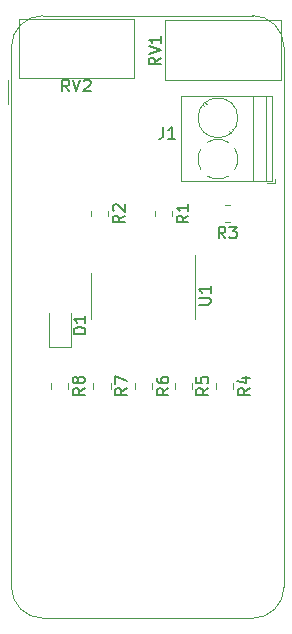
<source format=gto>
%TF.GenerationSoftware,KiCad,Pcbnew,5.1.7-a382d34a8~88~ubuntu18.04.1*%
%TF.CreationDate,2021-01-04T13:18:22+01:00*%
%TF.ProjectId,wearable_biosonification,77656172-6162-46c6-955f-62696f736f6e,rev?*%
%TF.SameCoordinates,Original*%
%TF.FileFunction,Legend,Top*%
%TF.FilePolarity,Positive*%
%FSLAX46Y46*%
G04 Gerber Fmt 4.6, Leading zero omitted, Abs format (unit mm)*
G04 Created by KiCad (PCBNEW 5.1.7-a382d34a8~88~ubuntu18.04.1) date 2021-01-04 13:18:22*
%MOMM*%
%LPD*%
G01*
G04 APERTURE LIST*
%ADD10C,0.120000*%
%ADD11C,0.150000*%
G04 APERTURE END LIST*
D10*
%TO.C,A1*%
X68220000Y-55090000D02*
X68220000Y-100810000D01*
X91300000Y-55090000D02*
X91300000Y-100810000D01*
X88650000Y-103460000D02*
X70870000Y-103460000D01*
X88650000Y-52440000D02*
X70870000Y-52440000D01*
X67900000Y-59900000D02*
X67900000Y-57900000D01*
X88650000Y-52440000D02*
G75*
G02*
X91300000Y-55090000I0J-2650000D01*
G01*
X68220000Y-55090000D02*
G75*
G02*
X70870000Y-52440000I2650000J0D01*
G01*
X91300000Y-100810000D02*
G75*
G02*
X88650000Y-103460000I-2650000J0D01*
G01*
X70870000Y-103460000D02*
G75*
G02*
X68220000Y-100810000I0J2650000D01*
G01*
%TO.C,R8*%
X71565000Y-84027064D02*
X71565000Y-83572936D01*
X73035000Y-84027064D02*
X73035000Y-83572936D01*
%TO.C,D1*%
X71365000Y-77650000D02*
X71365000Y-80510000D01*
X71365000Y-80510000D02*
X73285000Y-80510000D01*
X73285000Y-80510000D02*
X73285000Y-77650000D01*
%TO.C,U1*%
X74915000Y-76150000D02*
X74915000Y-78100000D01*
X74915000Y-76150000D02*
X74915000Y-74200000D01*
X83785000Y-76150000D02*
X83785000Y-78100000D01*
X83785000Y-76150000D02*
X83785000Y-72700000D01*
%TO.C,RV2*%
X68855000Y-57765000D02*
X68855000Y-52695000D01*
X78625000Y-57765000D02*
X78625000Y-52695000D01*
X68855000Y-52695000D02*
X78625000Y-52695000D01*
X68855000Y-57765000D02*
X78625000Y-57765000D01*
%TO.C,RV1*%
X81255000Y-57865000D02*
X81255000Y-52795000D01*
X91025000Y-57865000D02*
X91025000Y-52795000D01*
X81255000Y-52795000D02*
X91025000Y-52795000D01*
X81255000Y-57865000D02*
X91025000Y-57865000D01*
%TO.C,R7*%
X76635000Y-83572936D02*
X76635000Y-84027064D01*
X75165000Y-83572936D02*
X75165000Y-84027064D01*
%TO.C,R6*%
X80135000Y-83572936D02*
X80135000Y-84027064D01*
X78665000Y-83572936D02*
X78665000Y-84027064D01*
%TO.C,R5*%
X83510000Y-83572936D02*
X83510000Y-84027064D01*
X82040000Y-83572936D02*
X82040000Y-84027064D01*
%TO.C,R4*%
X87010000Y-83572936D02*
X87010000Y-84027064D01*
X85540000Y-83572936D02*
X85540000Y-84027064D01*
%TO.C,R3*%
X86727064Y-68465000D02*
X86272936Y-68465000D01*
X86727064Y-69935000D02*
X86272936Y-69935000D01*
%TO.C,R2*%
X76435000Y-68972936D02*
X76435000Y-69427064D01*
X74965000Y-68972936D02*
X74965000Y-69427064D01*
%TO.C,R1*%
X81835000Y-68972936D02*
X81835000Y-69427064D01*
X80365000Y-68972936D02*
X80365000Y-69427064D01*
%TO.C,J1*%
X87380000Y-61100000D02*
G75*
G03*
X87380000Y-61100000I-1680000J0D01*
G01*
X89800000Y-66410000D02*
X89800000Y-59290000D01*
X88700000Y-66410000D02*
X88700000Y-59290000D01*
X82540000Y-66410000D02*
X82540000Y-59290000D01*
X90260000Y-66410000D02*
X90260000Y-59290000D01*
X82540000Y-66410000D02*
X90260000Y-66410000D01*
X82540000Y-59290000D02*
X90260000Y-59290000D01*
X84631000Y-59825000D02*
X84759000Y-59954000D01*
X86881000Y-62075000D02*
X86974000Y-62169000D01*
X84425000Y-60030000D02*
X84519000Y-60124000D01*
X86641000Y-62245000D02*
X86769000Y-62374000D01*
X89860000Y-66650000D02*
X90500000Y-66650000D01*
X90500000Y-66650000D02*
X90500000Y-66250000D01*
X87380099Y-64571326D02*
G75*
G02*
X87140000Y-65466000I-1680099J-28674D01*
G01*
X86589894Y-66025358D02*
G75*
G02*
X84834000Y-66040000I-889894J1425358D01*
G01*
X84274642Y-65489894D02*
G75*
G02*
X84260000Y-63734000I1425358J889894D01*
G01*
X84809807Y-63174495D02*
G75*
G02*
X86591000Y-63175000I890193J-1425505D01*
G01*
X87124721Y-63709736D02*
G75*
G02*
X87380000Y-64600000I-1424721J-890264D01*
G01*
%TO.C,R8*%
D11*
X74407380Y-83966666D02*
X73931190Y-84300000D01*
X74407380Y-84538095D02*
X73407380Y-84538095D01*
X73407380Y-84157142D01*
X73455000Y-84061904D01*
X73502619Y-84014285D01*
X73597857Y-83966666D01*
X73740714Y-83966666D01*
X73835952Y-84014285D01*
X73883571Y-84061904D01*
X73931190Y-84157142D01*
X73931190Y-84538095D01*
X73835952Y-83395238D02*
X73788333Y-83490476D01*
X73740714Y-83538095D01*
X73645476Y-83585714D01*
X73597857Y-83585714D01*
X73502619Y-83538095D01*
X73455000Y-83490476D01*
X73407380Y-83395238D01*
X73407380Y-83204761D01*
X73455000Y-83109523D01*
X73502619Y-83061904D01*
X73597857Y-83014285D01*
X73645476Y-83014285D01*
X73740714Y-83061904D01*
X73788333Y-83109523D01*
X73835952Y-83204761D01*
X73835952Y-83395238D01*
X73883571Y-83490476D01*
X73931190Y-83538095D01*
X74026428Y-83585714D01*
X74216904Y-83585714D01*
X74312142Y-83538095D01*
X74359761Y-83490476D01*
X74407380Y-83395238D01*
X74407380Y-83204761D01*
X74359761Y-83109523D01*
X74312142Y-83061904D01*
X74216904Y-83014285D01*
X74026428Y-83014285D01*
X73931190Y-83061904D01*
X73883571Y-83109523D01*
X73835952Y-83204761D01*
%TO.C,D1*%
X74477380Y-79388095D02*
X73477380Y-79388095D01*
X73477380Y-79150000D01*
X73525000Y-79007142D01*
X73620238Y-78911904D01*
X73715476Y-78864285D01*
X73905952Y-78816666D01*
X74048809Y-78816666D01*
X74239285Y-78864285D01*
X74334523Y-78911904D01*
X74429761Y-79007142D01*
X74477380Y-79150000D01*
X74477380Y-79388095D01*
X74477380Y-77864285D02*
X74477380Y-78435714D01*
X74477380Y-78150000D02*
X73477380Y-78150000D01*
X73620238Y-78245238D01*
X73715476Y-78340476D01*
X73763095Y-78435714D01*
%TO.C,U1*%
X84082380Y-76911904D02*
X84891904Y-76911904D01*
X84987142Y-76864285D01*
X85034761Y-76816666D01*
X85082380Y-76721428D01*
X85082380Y-76530952D01*
X85034761Y-76435714D01*
X84987142Y-76388095D01*
X84891904Y-76340476D01*
X84082380Y-76340476D01*
X85082380Y-75340476D02*
X85082380Y-75911904D01*
X85082380Y-75626190D02*
X84082380Y-75626190D01*
X84225238Y-75721428D01*
X84320476Y-75816666D01*
X84368095Y-75911904D01*
%TO.C,RV2*%
X73104761Y-58852380D02*
X72771428Y-58376190D01*
X72533333Y-58852380D02*
X72533333Y-57852380D01*
X72914285Y-57852380D01*
X73009523Y-57900000D01*
X73057142Y-57947619D01*
X73104761Y-58042857D01*
X73104761Y-58185714D01*
X73057142Y-58280952D01*
X73009523Y-58328571D01*
X72914285Y-58376190D01*
X72533333Y-58376190D01*
X73390476Y-57852380D02*
X73723809Y-58852380D01*
X74057142Y-57852380D01*
X74342857Y-57947619D02*
X74390476Y-57900000D01*
X74485714Y-57852380D01*
X74723809Y-57852380D01*
X74819047Y-57900000D01*
X74866666Y-57947619D01*
X74914285Y-58042857D01*
X74914285Y-58138095D01*
X74866666Y-58280952D01*
X74295238Y-58852380D01*
X74914285Y-58852380D01*
%TO.C,RV1*%
X80852380Y-55995238D02*
X80376190Y-56328571D01*
X80852380Y-56566666D02*
X79852380Y-56566666D01*
X79852380Y-56185714D01*
X79900000Y-56090476D01*
X79947619Y-56042857D01*
X80042857Y-55995238D01*
X80185714Y-55995238D01*
X80280952Y-56042857D01*
X80328571Y-56090476D01*
X80376190Y-56185714D01*
X80376190Y-56566666D01*
X79852380Y-55709523D02*
X80852380Y-55376190D01*
X79852380Y-55042857D01*
X80852380Y-54185714D02*
X80852380Y-54757142D01*
X80852380Y-54471428D02*
X79852380Y-54471428D01*
X79995238Y-54566666D01*
X80090476Y-54661904D01*
X80138095Y-54757142D01*
%TO.C,R7*%
X78002380Y-83966666D02*
X77526190Y-84300000D01*
X78002380Y-84538095D02*
X77002380Y-84538095D01*
X77002380Y-84157142D01*
X77050000Y-84061904D01*
X77097619Y-84014285D01*
X77192857Y-83966666D01*
X77335714Y-83966666D01*
X77430952Y-84014285D01*
X77478571Y-84061904D01*
X77526190Y-84157142D01*
X77526190Y-84538095D01*
X77002380Y-83633333D02*
X77002380Y-82966666D01*
X78002380Y-83395238D01*
%TO.C,R6*%
X81502380Y-83966666D02*
X81026190Y-84300000D01*
X81502380Y-84538095D02*
X80502380Y-84538095D01*
X80502380Y-84157142D01*
X80550000Y-84061904D01*
X80597619Y-84014285D01*
X80692857Y-83966666D01*
X80835714Y-83966666D01*
X80930952Y-84014285D01*
X80978571Y-84061904D01*
X81026190Y-84157142D01*
X81026190Y-84538095D01*
X80502380Y-83109523D02*
X80502380Y-83300000D01*
X80550000Y-83395238D01*
X80597619Y-83442857D01*
X80740476Y-83538095D01*
X80930952Y-83585714D01*
X81311904Y-83585714D01*
X81407142Y-83538095D01*
X81454761Y-83490476D01*
X81502380Y-83395238D01*
X81502380Y-83204761D01*
X81454761Y-83109523D01*
X81407142Y-83061904D01*
X81311904Y-83014285D01*
X81073809Y-83014285D01*
X80978571Y-83061904D01*
X80930952Y-83109523D01*
X80883333Y-83204761D01*
X80883333Y-83395238D01*
X80930952Y-83490476D01*
X80978571Y-83538095D01*
X81073809Y-83585714D01*
%TO.C,R5*%
X84877380Y-83966666D02*
X84401190Y-84300000D01*
X84877380Y-84538095D02*
X83877380Y-84538095D01*
X83877380Y-84157142D01*
X83925000Y-84061904D01*
X83972619Y-84014285D01*
X84067857Y-83966666D01*
X84210714Y-83966666D01*
X84305952Y-84014285D01*
X84353571Y-84061904D01*
X84401190Y-84157142D01*
X84401190Y-84538095D01*
X83877380Y-83061904D02*
X83877380Y-83538095D01*
X84353571Y-83585714D01*
X84305952Y-83538095D01*
X84258333Y-83442857D01*
X84258333Y-83204761D01*
X84305952Y-83109523D01*
X84353571Y-83061904D01*
X84448809Y-83014285D01*
X84686904Y-83014285D01*
X84782142Y-83061904D01*
X84829761Y-83109523D01*
X84877380Y-83204761D01*
X84877380Y-83442857D01*
X84829761Y-83538095D01*
X84782142Y-83585714D01*
%TO.C,R4*%
X88377380Y-83966666D02*
X87901190Y-84300000D01*
X88377380Y-84538095D02*
X87377380Y-84538095D01*
X87377380Y-84157142D01*
X87425000Y-84061904D01*
X87472619Y-84014285D01*
X87567857Y-83966666D01*
X87710714Y-83966666D01*
X87805952Y-84014285D01*
X87853571Y-84061904D01*
X87901190Y-84157142D01*
X87901190Y-84538095D01*
X87710714Y-83109523D02*
X88377380Y-83109523D01*
X87329761Y-83347619D02*
X88044047Y-83585714D01*
X88044047Y-82966666D01*
%TO.C,R3*%
X86333333Y-71302380D02*
X86000000Y-70826190D01*
X85761904Y-71302380D02*
X85761904Y-70302380D01*
X86142857Y-70302380D01*
X86238095Y-70350000D01*
X86285714Y-70397619D01*
X86333333Y-70492857D01*
X86333333Y-70635714D01*
X86285714Y-70730952D01*
X86238095Y-70778571D01*
X86142857Y-70826190D01*
X85761904Y-70826190D01*
X86666666Y-70302380D02*
X87285714Y-70302380D01*
X86952380Y-70683333D01*
X87095238Y-70683333D01*
X87190476Y-70730952D01*
X87238095Y-70778571D01*
X87285714Y-70873809D01*
X87285714Y-71111904D01*
X87238095Y-71207142D01*
X87190476Y-71254761D01*
X87095238Y-71302380D01*
X86809523Y-71302380D01*
X86714285Y-71254761D01*
X86666666Y-71207142D01*
%TO.C,R2*%
X77802380Y-69366666D02*
X77326190Y-69700000D01*
X77802380Y-69938095D02*
X76802380Y-69938095D01*
X76802380Y-69557142D01*
X76850000Y-69461904D01*
X76897619Y-69414285D01*
X76992857Y-69366666D01*
X77135714Y-69366666D01*
X77230952Y-69414285D01*
X77278571Y-69461904D01*
X77326190Y-69557142D01*
X77326190Y-69938095D01*
X76897619Y-68985714D02*
X76850000Y-68938095D01*
X76802380Y-68842857D01*
X76802380Y-68604761D01*
X76850000Y-68509523D01*
X76897619Y-68461904D01*
X76992857Y-68414285D01*
X77088095Y-68414285D01*
X77230952Y-68461904D01*
X77802380Y-69033333D01*
X77802380Y-68414285D01*
%TO.C,R1*%
X83202380Y-69366666D02*
X82726190Y-69700000D01*
X83202380Y-69938095D02*
X82202380Y-69938095D01*
X82202380Y-69557142D01*
X82250000Y-69461904D01*
X82297619Y-69414285D01*
X82392857Y-69366666D01*
X82535714Y-69366666D01*
X82630952Y-69414285D01*
X82678571Y-69461904D01*
X82726190Y-69557142D01*
X82726190Y-69938095D01*
X83202380Y-68414285D02*
X83202380Y-68985714D01*
X83202380Y-68700000D02*
X82202380Y-68700000D01*
X82345238Y-68795238D01*
X82440476Y-68890476D01*
X82488095Y-68985714D01*
%TO.C,J1*%
X81066666Y-61852380D02*
X81066666Y-62566666D01*
X81019047Y-62709523D01*
X80923809Y-62804761D01*
X80780952Y-62852380D01*
X80685714Y-62852380D01*
X82066666Y-62852380D02*
X81495238Y-62852380D01*
X81780952Y-62852380D02*
X81780952Y-61852380D01*
X81685714Y-61995238D01*
X81590476Y-62090476D01*
X81495238Y-62138095D01*
%TD*%
M02*

</source>
